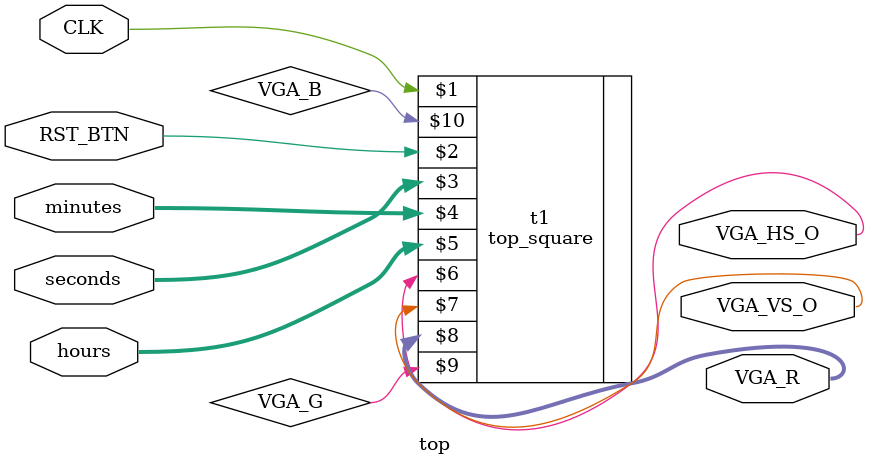
<source format=v>
`timescale 1ns / 1ps


module top(
    input wire CLK,
    input wire RST_BTN,
    input wire[5:0] seconds,
    input wire[5:0] minutes,
    input wire[4:0] hours, 
    output wire VGA_HS_O,       // horizontal sync output
    output wire VGA_VS_O,        // vertical sync output
    output wire [3:0] VGA_R
    );
    top_square t1(CLK, RST_BTN, seconds, minutes, hours, VGA_HS_O, VGA_VS_O, VGA_R, VGA_G, VGA_B);
endmodule

</source>
